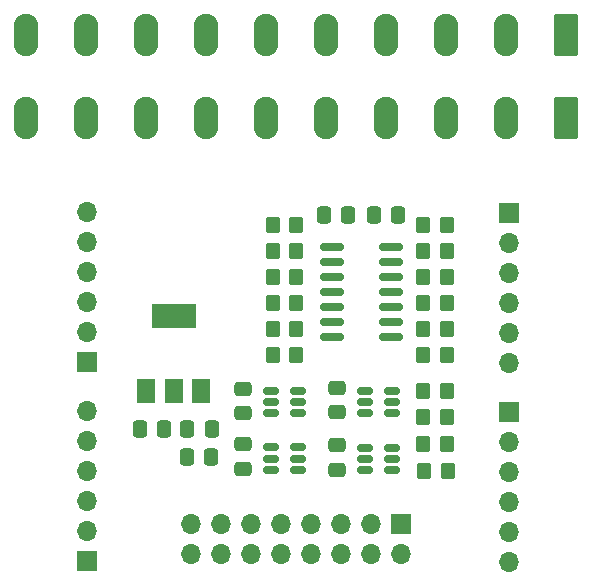
<source format=gbr>
%TF.GenerationSoftware,KiCad,Pcbnew,6.0.11+dfsg-1~bpo11+1*%
%TF.CreationDate,2023-04-06T13:38:35+02:00*%
%TF.ProjectId,aout-4_11,616f7574-2d34-45f3-9131-2e6b69636164,1.1*%
%TF.SameCoordinates,Original*%
%TF.FileFunction,Soldermask,Top*%
%TF.FilePolarity,Negative*%
%FSLAX46Y46*%
G04 Gerber Fmt 4.6, Leading zero omitted, Abs format (unit mm)*
G04 Created by KiCad (PCBNEW 6.0.11+dfsg-1~bpo11+1) date 2023-04-06 13:38:35*
%MOMM*%
%LPD*%
G01*
G04 APERTURE LIST*
G04 Aperture macros list*
%AMRoundRect*
0 Rectangle with rounded corners*
0 $1 Rounding radius*
0 $2 $3 $4 $5 $6 $7 $8 $9 X,Y pos of 4 corners*
0 Add a 4 corners polygon primitive as box body*
4,1,4,$2,$3,$4,$5,$6,$7,$8,$9,$2,$3,0*
0 Add four circle primitives for the rounded corners*
1,1,$1+$1,$2,$3*
1,1,$1+$1,$4,$5*
1,1,$1+$1,$6,$7*
1,1,$1+$1,$8,$9*
0 Add four rect primitives between the rounded corners*
20,1,$1+$1,$2,$3,$4,$5,0*
20,1,$1+$1,$4,$5,$6,$7,0*
20,1,$1+$1,$6,$7,$8,$9,0*
20,1,$1+$1,$8,$9,$2,$3,0*%
G04 Aperture macros list end*
%ADD10RoundRect,0.249999X0.790001X1.550001X-0.790001X1.550001X-0.790001X-1.550001X0.790001X-1.550001X0*%
%ADD11O,2.080000X3.600000*%
%ADD12RoundRect,0.250000X-0.350000X-0.450000X0.350000X-0.450000X0.350000X0.450000X-0.350000X0.450000X0*%
%ADD13RoundRect,0.250000X0.350000X0.450000X-0.350000X0.450000X-0.350000X-0.450000X0.350000X-0.450000X0*%
%ADD14RoundRect,0.250000X0.337500X0.475000X-0.337500X0.475000X-0.337500X-0.475000X0.337500X-0.475000X0*%
%ADD15R,1.700000X1.700000*%
%ADD16O,1.700000X1.700000*%
%ADD17RoundRect,0.150000X-0.512500X-0.150000X0.512500X-0.150000X0.512500X0.150000X-0.512500X0.150000X0*%
%ADD18R,1.500000X2.000000*%
%ADD19R,3.800000X2.000000*%
%ADD20RoundRect,0.150000X-0.825000X-0.150000X0.825000X-0.150000X0.825000X0.150000X-0.825000X0.150000X0*%
%ADD21RoundRect,0.250000X0.475000X-0.337500X0.475000X0.337500X-0.475000X0.337500X-0.475000X-0.337500X0*%
G04 APERTURE END LIST*
D10*
%TO.C,J3*%
X168360000Y-80277500D03*
D11*
X163280000Y-80277500D03*
X158200000Y-80277500D03*
X153120000Y-80277500D03*
X148040000Y-80277500D03*
X142960000Y-80277500D03*
X137880000Y-80277500D03*
X132800000Y-80277500D03*
X127720000Y-80277500D03*
X122640000Y-80277500D03*
%TD*%
D12*
%TO.C,R1*%
X156250000Y-107900000D03*
X158250000Y-107900000D03*
%TD*%
D13*
%TO.C,R11*%
X158250000Y-91600000D03*
X156250000Y-91600000D03*
%TD*%
D12*
%TO.C,R16*%
X156300000Y-110200000D03*
X158300000Y-110200000D03*
%TD*%
D14*
%TO.C,C6*%
X149870000Y-88500000D03*
X147795000Y-88500000D03*
%TD*%
D15*
%TO.C,J6*%
X127775000Y-117825000D03*
D16*
X127775000Y-115285000D03*
X127775000Y-112745000D03*
X127775000Y-110205000D03*
X127775000Y-107665000D03*
X127775000Y-105125000D03*
%TD*%
D17*
%TO.C,U5*%
X143325000Y-108200000D03*
X143325000Y-109150000D03*
X143325000Y-110100000D03*
X145600000Y-110100000D03*
X145600000Y-109150000D03*
X145600000Y-108200000D03*
%TD*%
D10*
%TO.C,J2*%
X168360000Y-73277500D03*
D11*
X163280000Y-73277500D03*
X158200000Y-73277500D03*
X153120000Y-73277500D03*
X148040000Y-73277500D03*
X142960000Y-73277500D03*
X137880000Y-73277500D03*
X132800000Y-73277500D03*
X127720000Y-73277500D03*
X122640000Y-73277500D03*
%TD*%
D13*
%TO.C,R10*%
X158250000Y-98200000D03*
X156250000Y-98200000D03*
%TD*%
D12*
%TO.C,R5*%
X143500000Y-98200000D03*
X145500000Y-98200000D03*
%TD*%
D13*
%TO.C,R12*%
X158250000Y-96000000D03*
X156250000Y-96000000D03*
%TD*%
D18*
%TO.C,U2*%
X132800000Y-103400000D03*
D19*
X135100000Y-97100000D03*
D18*
X135100000Y-103400000D03*
X137400000Y-103400000D03*
%TD*%
D20*
%TO.C,U4*%
X148525000Y-91190000D03*
X148525000Y-92460000D03*
X148525000Y-93730000D03*
X148525000Y-95000000D03*
X148525000Y-96270000D03*
X148525000Y-97540000D03*
X148525000Y-98810000D03*
X153475000Y-98810000D03*
X153475000Y-97540000D03*
X153475000Y-96270000D03*
X153475000Y-95000000D03*
X153475000Y-93730000D03*
X153475000Y-92460000D03*
X153475000Y-91190000D03*
%TD*%
D13*
%TO.C,R15*%
X158250000Y-89400000D03*
X156250000Y-89400000D03*
%TD*%
D12*
%TO.C,R3*%
X156250000Y-105650000D03*
X158250000Y-105650000D03*
%TD*%
D15*
%TO.C,J5*%
X163500000Y-88340000D03*
D16*
X163500000Y-90880000D03*
X163500000Y-93420000D03*
X163500000Y-95960000D03*
X163500000Y-98500000D03*
X163500000Y-101040000D03*
%TD*%
D14*
%TO.C,C4*%
X134300000Y-106600000D03*
X132225000Y-106600000D03*
%TD*%
D21*
%TO.C,C3*%
X148900000Y-105225000D03*
X148900000Y-103150000D03*
%TD*%
D12*
%TO.C,R8*%
X143500000Y-89400000D03*
X145500000Y-89400000D03*
%TD*%
%TO.C,R9*%
X143500000Y-100400000D03*
X145500000Y-100400000D03*
%TD*%
%TO.C,R7*%
X143500000Y-96000000D03*
X145500000Y-96000000D03*
%TD*%
D13*
%TO.C,R14*%
X158250000Y-100400000D03*
X156250000Y-100400000D03*
%TD*%
D12*
%TO.C,R6*%
X143500000Y-93800000D03*
X145500000Y-93800000D03*
%TD*%
D21*
%TO.C,C10*%
X148900000Y-110100000D03*
X148900000Y-108025000D03*
%TD*%
D14*
%TO.C,C1*%
X138325000Y-106600000D03*
X136250000Y-106600000D03*
%TD*%
D15*
%TO.C,J7*%
X163525000Y-105200000D03*
D16*
X163525000Y-107740000D03*
X163525000Y-110280000D03*
X163525000Y-112820000D03*
X163525000Y-115360000D03*
X163525000Y-117900000D03*
%TD*%
D12*
%TO.C,R2*%
X156250000Y-103450000D03*
X158250000Y-103450000D03*
%TD*%
D13*
%TO.C,R13*%
X158250000Y-93800000D03*
X156250000Y-93800000D03*
%TD*%
D17*
%TO.C,U1*%
X143325000Y-103400000D03*
X143325000Y-104350000D03*
X143325000Y-105300000D03*
X145600000Y-105300000D03*
X145600000Y-104350000D03*
X145600000Y-103400000D03*
%TD*%
D12*
%TO.C,R4*%
X143500000Y-91600000D03*
X145500000Y-91600000D03*
%TD*%
D14*
%TO.C,C7*%
X154135000Y-88520000D03*
X152060000Y-88520000D03*
%TD*%
%TO.C,C2*%
X138300000Y-109000000D03*
X136225000Y-109000000D03*
%TD*%
D17*
%TO.C,U3*%
X151312500Y-103400000D03*
X151312500Y-104350000D03*
X151312500Y-105300000D03*
X153587500Y-105300000D03*
X153587500Y-104350000D03*
X153587500Y-103400000D03*
%TD*%
D21*
%TO.C,C8*%
X141000000Y-105300000D03*
X141000000Y-103225000D03*
%TD*%
D15*
%TO.C,J4*%
X127775000Y-100925000D03*
D16*
X127775000Y-98385000D03*
X127775000Y-95845000D03*
X127775000Y-93305000D03*
X127775000Y-90765000D03*
X127775000Y-88225000D03*
%TD*%
D17*
%TO.C,U6*%
X151312500Y-108250000D03*
X151312500Y-109200000D03*
X151312500Y-110150000D03*
X153587500Y-110150000D03*
X153587500Y-109200000D03*
X153587500Y-108250000D03*
%TD*%
D15*
%TO.C,J1*%
X154370000Y-114710000D03*
D16*
X154370000Y-117250000D03*
X151830000Y-114710000D03*
X151830000Y-117250000D03*
X149290000Y-114710000D03*
X149290000Y-117250000D03*
X146750000Y-114710000D03*
X146750000Y-117250000D03*
X144210000Y-114710000D03*
X144210000Y-117250000D03*
X141670000Y-114710000D03*
X141670000Y-117250000D03*
X139130000Y-114710000D03*
X139130000Y-117250000D03*
X136590000Y-114710000D03*
X136590000Y-117250000D03*
%TD*%
D21*
%TO.C,C9*%
X140950000Y-110025000D03*
X140950000Y-107950000D03*
%TD*%
M02*

</source>
